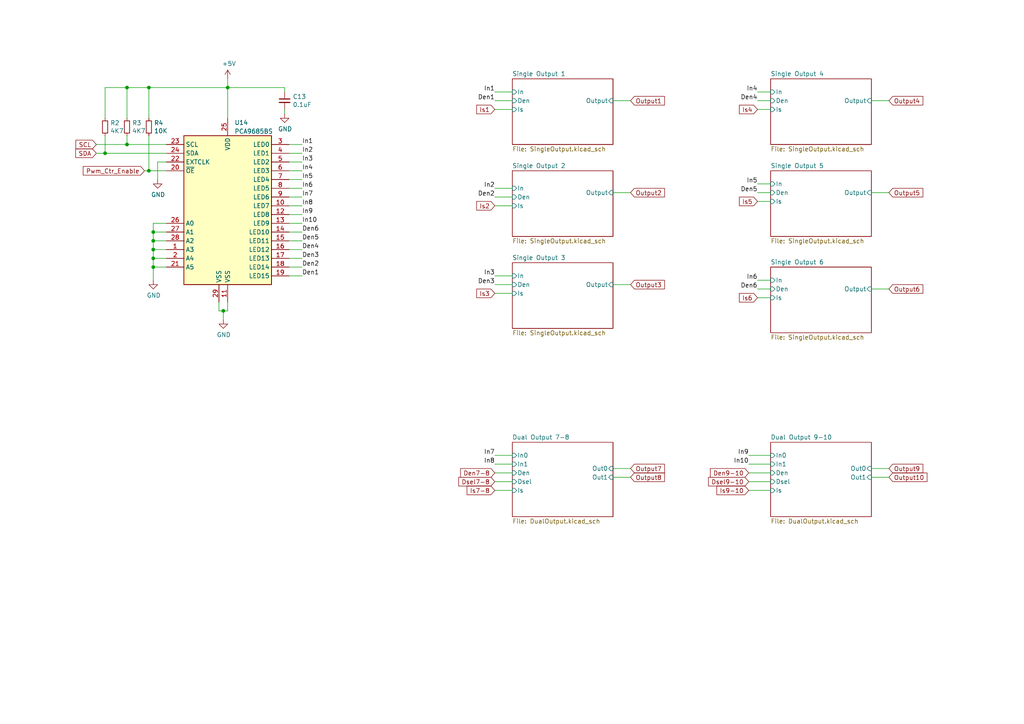
<source format=kicad_sch>
(kicad_sch (version 20230121) (generator eeschema)
  (paper "A4")
  (lib_symbols
    (symbol "Device:C_Small" (pin_numbers hide) (pin_names (offset 0.254) hide)
      (property "Reference" "C" (at 0.254 1.778 0))
      (property "Value" "C_Small" (at 0.254 -2.032 0))
      (symbol "C_Small_0_1"
        (polyline (pts (xy -1.524 -0.508) (xy 1.524 -0.508)) (stroke (width 0.3302)))
        (polyline (pts (xy -1.524 0.508) (xy 1.524 0.508)) (stroke (width 0.3048)))
      )
      (symbol "C_Small_1_1"
        (pin passive line (at 0 2.54 270) (length 2.032) (name "~") (number "1"))
        (pin passive line (at 0 -2.54 90) (length 2.032) (name "~") (number "2"))
      )
    )
    (symbol "Device:R_Small" (pin_numbers hide) (pin_names (offset 0.254) hide)
      (property "Reference" "R" (at 0.762 0.508 0))
      (property "Value" "R_Small" (at 0.762 -1.016 0))
      (symbol "R_Small_0_1"
        (rectangle (start -0.762 1.778) (end 0.762 -1.778) (stroke (width 0.2032)))
      )
      (symbol "R_Small_1_1"
        (pin passive line (at 0 2.54 270) (length 0.762) (name "~") (number "1"))
        (pin passive line (at 0 -2.54 90) (length 0.762) (name "~") (number "2"))
      )
    )
    (symbol "Driver_LED:PCA9685BS"
      (property "Reference" "U" (at -12.7 22.225 0))
      (property "Value" "PCA9685BS" (at 1.27 22.225 0))
      (symbol "PCA9685BS_0_1"
        (rectangle (start -12.7 20.32) (end 12.7 -22.86) (stroke (width 0.254)) (fill (type background)))
      )
      (symbol "PCA9685BS_1_1"
        (pin input line (at -17.78 -12.7 0) (length 5.08) (name "A3") (number "1"))
        (pin output line (at 17.78 0 180) (length 5.08) (name "LED7") (number "10"))
        (pin power_in line (at 0 -27.94 90) (length 5.08) (name "VSS") (number "11"))
        (pin output line (at 17.78 -2.54 180) (length 5.08) (name "LED8") (number "12"))
        (pin output line (at 17.78 -5.08 180) (length 5.08) (name "LED9") (number "13"))
        (pin output line (at 17.78 -7.62 180) (length 5.08) (name "LED10") (number "14"))
        (pin output line (at 17.78 -10.16 180) (length 5.08) (name "LED11") (number "15"))
        (pin output line (at 17.78 -12.7 180) (length 5.08) (name "LED12") (number "16"))
        (pin output line (at 17.78 -15.24 180) (length 5.08) (name "LED13") (number "17"))
        (pin output line (at 17.78 -17.78 180) (length 5.08) (name "LED14") (number "18"))
        (pin output line (at 17.78 -20.32 180) (length 5.08) (name "LED15") (number "19"))
        (pin input line (at -17.78 -15.24 0) (length 5.08) (name "A4") (number "2"))
        (pin input line (at -17.78 10.16 0) (length 5.08) (name "~{OE}") (number "20"))
        (pin input line (at -17.78 -17.78 0) (length 5.08) (name "A5") (number "21"))
        (pin input line (at -17.78 12.7 0) (length 5.08) (name "EXTCLK") (number "22"))
        (pin input line (at -17.78 17.78 0) (length 5.08) (name "SCL") (number "23"))
        (pin bidirectional line (at -17.78 15.24 0) (length 5.08) (name "SDA") (number "24"))
        (pin power_in line (at 0 25.4 270) (length 5.08) (name "VDD") (number "25"))
        (pin input line (at -17.78 -5.08 0) (length 5.08) (name "A0") (number "26"))
        (pin input line (at -17.78 -7.62 0) (length 5.08) (name "A1") (number "27"))
        (pin input line (at -17.78 -10.16 0) (length 5.08) (name "A2") (number "28"))
        (pin power_in line (at -2.54 -27.94 90) (length 5.08) (name "VSS") (number "29"))
        (pin output line (at 17.78 17.78 180) (length 5.08) (name "LED0") (number "3"))
        (pin output line (at 17.78 15.24 180) (length 5.08) (name "LED1") (number "4"))
        (pin output line (at 17.78 12.7 180) (length 5.08) (name "LED2") (number "5"))
        (pin output line (at 17.78 10.16 180) (length 5.08) (name "LED3") (number "6"))
        (pin output line (at 17.78 7.62 180) (length 5.08) (name "LED4") (number "7"))
        (pin output line (at 17.78 5.08 180) (length 5.08) (name "LED5") (number "8"))
        (pin output line (at 17.78 2.54 180) (length 5.08) (name "LED6") (number "9"))
      )
    )
    (symbol "power:+5V" (power) (pin_names (offset 0))
      (property "Value" "+5V" (at 0 3.556 0))
      (symbol "+5V_0_1"
        (polyline (pts (xy -0.762 1.27) (xy 0 2.54)))
        (polyline (pts (xy 0 0) (xy 0 2.54)))
        (polyline (pts (xy 0 2.54) (xy 0.762 1.27)))
      )
      (symbol "+5V_1_1"
        (pin power_in line (at 0 0 90) (length 0) hide (name "+5V") (number "1"))
      )
    )
    (symbol "power:GND" (power) (pin_names (offset 0))
      (property "Value" "GND" (at 0 -3.81 0))
      (symbol "GND_0_1"
        (polyline (pts (xy 0 0) (xy 0 -1.27) (xy 1.27 -1.27) (xy 0 -2.54) (xy -1.27 -1.27) (xy 0 -1.27)))
      )
      (symbol "GND_1_1"
        (pin power_in line (at 0 0 270) (length 0) hide (name "GND") (number "1"))
      )
    )
  )
  (junction (at 44.45 69.85))
  (junction (at 44.45 67.31))
  (junction (at 36.83 25.4))
  (junction (at 64.77 90.17))
  (junction (at 44.45 77.47))
  (junction (at 43.18 49.53))
  (junction (at 43.18 25.4))
  (junction (at 30.48 44.45))
  (junction (at 36.83 41.91))
  (junction (at 66.04 25.4))
  (junction (at 44.45 72.39))
  (junction (at 44.45 74.93))
  (wire (pts (xy 44.45 72.39) (xy 44.45 74.93)))
  (wire (pts (xy 252.73 29.21) (xy 257.81 29.21)))
  (wire (pts (xy 217.17 139.7) (xy 223.52 139.7)))
  (wire (pts (xy 219.71 53.34) (xy 223.52 53.34)))
  (wire (pts (xy 48.26 67.31) (xy 44.45 67.31)))
  (wire (pts (xy 44.45 64.77) (xy 44.45 67.31)))
  (wire (pts (xy 66.04 22.86) (xy 66.04 25.4)))
  (wire (pts (xy 66.04 90.17) (xy 66.04 87.63)))
  (wire (pts (xy 30.48 44.45) (xy 48.26 44.45)))
  (wire (pts (xy 143.51 85.09) (xy 148.59 85.09)))
  (wire (pts (xy 64.77 90.17) (xy 66.04 90.17)))
  (wire (pts (xy 252.73 55.88) (xy 257.81 55.88)))
  (wire (pts (xy 66.04 25.4) (xy 43.18 25.4)))
  (wire (pts (xy 219.71 26.67) (xy 223.52 26.67)))
  (wire (pts (xy 143.51 134.62) (xy 148.59 134.62)))
  (wire (pts (xy 48.26 64.77) (xy 44.45 64.77)))
  (wire (pts (xy 143.51 80.01) (xy 148.59 80.01)))
  (wire (pts (xy 83.82 72.39) (xy 87.63 72.39)))
  (wire (pts (xy 48.26 72.39) (xy 44.45 72.39)))
  (wire (pts (xy 177.8 29.21) (xy 182.88 29.21)))
  (wire (pts (xy 83.82 52.07) (xy 87.63 52.07)))
  (wire (pts (xy 143.51 139.7) (xy 148.59 139.7)))
  (wire (pts (xy 83.82 67.31) (xy 87.63 67.31)))
  (wire (pts (xy 36.83 41.91) (xy 48.26 41.91)))
  (wire (pts (xy 48.26 77.47) (xy 44.45 77.47)))
  (wire (pts (xy 219.71 55.88) (xy 223.52 55.88)))
  (wire (pts (xy 143.51 82.55) (xy 148.59 82.55)))
  (wire (pts (xy 83.82 44.45) (xy 87.63 44.45)))
  (wire (pts (xy 30.48 34.29) (xy 30.48 25.4)))
  (wire (pts (xy 30.48 25.4) (xy 36.83 25.4)))
  (wire (pts (xy 36.83 39.37) (xy 36.83 41.91)))
  (wire (pts (xy 30.48 39.37) (xy 30.48 44.45)))
  (wire (pts (xy 177.8 135.89) (xy 182.88 135.89)))
  (wire (pts (xy 30.48 44.45) (xy 27.94 44.45)))
  (wire (pts (xy 143.51 54.61) (xy 148.59 54.61)))
  (wire (pts (xy 36.83 41.91) (xy 27.94 41.91)))
  (wire (pts (xy 43.18 49.53) (xy 41.91 49.53)))
  (wire (pts (xy 83.82 59.69) (xy 87.63 59.69)))
  (wire (pts (xy 177.8 55.88) (xy 182.88 55.88)))
  (wire (pts (xy 143.51 31.75) (xy 148.59 31.75)))
  (wire (pts (xy 44.45 77.47) (xy 44.45 81.28)))
  (wire (pts (xy 36.83 25.4) (xy 43.18 25.4)))
  (wire (pts (xy 143.51 142.24) (xy 148.59 142.24)))
  (wire (pts (xy 143.51 137.16) (xy 148.59 137.16)))
  (wire (pts (xy 219.71 31.75) (xy 223.52 31.75)))
  (wire (pts (xy 83.82 80.01) (xy 87.63 80.01)))
  (wire (pts (xy 217.17 134.62) (xy 223.52 134.62)))
  (wire (pts (xy 66.04 25.4) (xy 66.04 34.29)))
  (wire (pts (xy 143.51 132.08) (xy 148.59 132.08)))
  (wire (pts (xy 36.83 34.29) (xy 36.83 25.4)))
  (wire (pts (xy 83.82 64.77) (xy 87.63 64.77)))
  (wire (pts (xy 83.82 69.85) (xy 87.63 69.85)))
  (wire (pts (xy 83.82 74.93) (xy 87.63 74.93)))
  (wire (pts (xy 219.71 58.42) (xy 223.52 58.42)))
  (wire (pts (xy 83.82 62.23) (xy 87.63 62.23)))
  (wire (pts (xy 177.8 82.55) (xy 182.88 82.55)))
  (wire (pts (xy 82.55 26.67) (xy 82.55 25.4)))
  (wire (pts (xy 44.45 67.31) (xy 44.45 69.85)))
  (wire (pts (xy 48.26 69.85) (xy 44.45 69.85)))
  (wire (pts (xy 217.17 137.16) (xy 223.52 137.16)))
  (wire (pts (xy 45.72 46.99) (xy 48.26 46.99)))
  (wire (pts (xy 143.51 57.15) (xy 148.59 57.15)))
  (wire (pts (xy 217.17 142.24) (xy 223.52 142.24)))
  (wire (pts (xy 143.51 59.69) (xy 148.59 59.69)))
  (wire (pts (xy 64.77 90.17) (xy 64.77 92.71)))
  (wire (pts (xy 44.45 74.93) (xy 44.45 77.47)))
  (wire (pts (xy 43.18 49.53) (xy 48.26 49.53)))
  (wire (pts (xy 143.51 29.21) (xy 148.59 29.21)))
  (wire (pts (xy 63.5 90.17) (xy 64.77 90.17)))
  (wire (pts (xy 45.72 52.07) (xy 45.72 46.99)))
  (wire (pts (xy 83.82 54.61) (xy 87.63 54.61)))
  (wire (pts (xy 82.55 25.4) (xy 66.04 25.4)))
  (wire (pts (xy 63.5 87.63) (xy 63.5 90.17)))
  (wire (pts (xy 44.45 69.85) (xy 44.45 72.39)))
  (wire (pts (xy 43.18 34.29) (xy 43.18 25.4)))
  (wire (pts (xy 83.82 77.47) (xy 87.63 77.47)))
  (wire (pts (xy 48.26 74.93) (xy 44.45 74.93)))
  (wire (pts (xy 177.8 138.43) (xy 182.88 138.43)))
  (wire (pts (xy 83.82 49.53) (xy 87.63 49.53)))
  (wire (pts (xy 219.71 86.36) (xy 223.52 86.36)))
  (wire (pts (xy 83.82 41.91) (xy 87.63 41.91)))
  (wire (pts (xy 252.73 83.82) (xy 257.81 83.82)))
  (wire (pts (xy 82.55 31.75) (xy 82.55 33.02)))
  (wire (pts (xy 252.73 135.89) (xy 257.81 135.89)))
  (wire (pts (xy 217.17 132.08) (xy 223.52 132.08)))
  (wire (pts (xy 83.82 57.15) (xy 87.63 57.15)))
  (wire (pts (xy 219.71 83.82) (xy 223.52 83.82)))
  (wire (pts (xy 83.82 46.99) (xy 87.63 46.99)))
  (wire (pts (xy 43.18 39.37) (xy 43.18 49.53)))
  (wire (pts (xy 252.73 138.43) (xy 257.81 138.43)))
  (wire (pts (xy 219.71 29.21) (xy 223.52 29.21)))
  (wire (pts (xy 219.71 81.28) (xy 223.52 81.28)))
  (wire (pts (xy 143.51 26.67) (xy 148.59 26.67)))
  (label "In4" (at 87.63 49.53 0))
  (label "In10" (at 217.17 134.62 180))
  (label "In8" (at 87.63 59.69 0))
  (label "In6" (at 219.71 81.28 180))
  (label "Den4" (at 87.63 72.39 0))
  (label "In9" (at 87.63 62.23 0))
  (label "In1" (at 87.63 41.91 0))
  (label "Den3" (at 143.51 82.55 180))
  (label "Den2" (at 87.63 77.47 0))
  (label "In6" (at 87.63 54.61 0))
  (label "In9" (at 217.17 132.08 180))
  (label "In1" (at 143.51 26.67 180))
  (label "Den1" (at 87.63 80.01 0))
  (label "In5" (at 87.63 52.07 0))
  (label "Den6" (at 87.63 67.31 0))
  (label "Den4" (at 219.71 29.21 180))
  (label "In4" (at 219.71 26.67 180))
  (label "In10" (at 87.63 64.77 0))
  (label "Den5" (at 87.63 69.85 0))
  (label "In5" (at 219.71 53.34 180))
  (label "In2" (at 87.63 44.45 0))
  (label "Den6" (at 219.71 83.82 180))
  (label "Den3" (at 87.63 74.93 0))
  (label "Den5" (at 219.71 55.88 180))
  (label "In3" (at 143.51 80.01 180))
  (label "In7" (at 143.51 132.08 180))
  (label "In7" (at 87.63 57.15 0))
  (label "In3" (at 87.63 46.99 0))
  (label "In8" (at 143.51 134.62 180))
  (label "Den2" (at 143.51 57.15 180))
  (label "In2" (at 143.51 54.61 180))
  (label "Den1" (at 143.51 29.21 180))
  (global_label "Output10" (shape input) (at 257.81 138.43 0) (property "Intersheetrefs" "${INTERSHEET_REFS}" (effects hide)))
  (global_label "Is6" (shape input) (at 219.71 86.36 180) (property "Intersheetrefs" "${INTERSHEET_REFS}" (effects hide)))
  (global_label "Is7-8" (shape input) (at 143.51 142.24 180) (property "Intersheetrefs" "${INTERSHEET_REFS}" (effects hide)))
  (global_label "Is4" (shape input) (at 219.71 31.75 180) (property "Intersheetrefs" "${INTERSHEET_REFS}" (effects hide)))
  (global_label "Output2" (shape input) (at 182.88 55.88 0) (property "Intersheetrefs" "${INTERSHEET_REFS}" (effects hide)))
  (global_label "Output9" (shape input) (at 257.81 135.89 0) (property "Intersheetrefs" "${INTERSHEET_REFS}" (effects hide)))
  (global_label "Is9-10" (shape input) (at 217.17 142.24 180) (property "Intersheetrefs" "${INTERSHEET_REFS}" (effects hide)))
  (global_label "Dsel7-8" (shape input) (at 143.51 139.7 180) (property "Intersheetrefs" "${INTERSHEET_REFS}" (effects hide)))
  (global_label "Output6" (shape input) (at 257.81 83.82 0) (property "Intersheetrefs" "${INTERSHEET_REFS}" (effects hide)))
  (global_label "Is1" (shape input) (at 143.51 31.75 180) (property "Intersheetrefs" "${INTERSHEET_REFS}" (effects hide)))
  (global_label "Output8" (shape input) (at 182.88 138.43 0) (property "Intersheetrefs" "${INTERSHEET_REFS}" (effects hide)))
  (global_label "Den7-8" (shape input) (at 143.51 137.16 180) (property "Intersheetrefs" "${INTERSHEET_REFS}" (effects hide)))
  (global_label "SCL" (shape input) (at 27.94 41.91 180) (property "Intersheetrefs" "${INTERSHEET_REFS}" (effects hide)))
  (global_label "Dsel9-10" (shape input) (at 217.17 139.7 180) (property "Intersheetrefs" "${INTERSHEET_REFS}" (effects hide)))
  (global_label "Output4" (shape input) (at 257.81 29.21 0) (property "Intersheetrefs" "${INTERSHEET_REFS}" (effects hide)))
  (global_label "Is5" (shape input) (at 219.71 58.42 180) (property "Intersheetrefs" "${INTERSHEET_REFS}" (effects hide)))
  (global_label "Output5" (shape input) (at 257.81 55.88 0) (property "Intersheetrefs" "${INTERSHEET_REFS}" (effects hide)))
  (global_label "Output1" (shape input) (at 182.88 29.21 0) (property "Intersheetrefs" "${INTERSHEET_REFS}" (effects hide)))
  (global_label "Pwm_Ctr_Enable" (shape input) (at 41.91 49.53 180) (property "Intersheetrefs" "${INTERSHEET_REFS}" (effects hide)))
  (global_label "SDA" (shape input) (at 27.94 44.45 180) (property "Intersheetrefs" "${INTERSHEET_REFS}" (effects hide)))
  (global_label "Den9-10" (shape input) (at 217.17 137.16 180) (property "Intersheetrefs" "${INTERSHEET_REFS}" (effects hide)))
  (global_label "Is2" (shape input) (at 143.51 59.69 180) (property "Intersheetrefs" "${INTERSHEET_REFS}" (effects hide)))
  (global_label "Output7" (shape input) (at 182.88 135.89 0) (property "Intersheetrefs" "${INTERSHEET_REFS}" (effects hide)))
  (global_label "Is3" (shape input) (at 143.51 85.09 180) (property "Intersheetrefs" "${INTERSHEET_REFS}" (effects hide)))
  (global_label "Output3" (shape input) (at 182.88 82.55 0) (property "Intersheetrefs" "${INTERSHEET_REFS}" (effects hide)))
  (symbol (lib_id "Driver_LED:PCA9685BS") (at 66.04 59.69 0) (unit 1)
    (property "Reference" "U14" (at 67.9959 35.56 0) (effects (justify left)))
    (property "Value" "PCA9685BS" (at 67.9959 38.1 0) (effects (justify left)))
    (property "Footprint" "Package_DFN_QFN:QFN-28-1EP_6x6mm_P0.65mm_EP4.25x4.25mm" (effects hide))
    (property "Datasheet" "http://www.nxp.com/documents/data_sheet/PCA9685.pdf" (effects hide))
    (instances (project "Power Module Rev 5" (path "" (reference "U14") (unit 1)) (path "" (reference "U8") (unit 1))))
  )
  (symbol (lib_id "power:GND") (at 82.55 33.02 0) (unit 1)
    (property "Reference" "#PWR020" (effects hide))
    (property "Value" "GND" (at 82.677 37.4142 0))
    (instances (project "Power Module Rev 4" (path "" (reference "#PWR020") (unit 1))) (project "Power Module Rev 5" (path "" (reference "#PWR014") (unit 1))))
  )
  (symbol (lib_id "Device:R_Small") (at 30.48 36.83 0) (unit 1)
    (property "Reference" "R2" (at 31.9786 35.6616 0) (effects (justify left)))
    (property "Value" "4K7" (at 31.9786 37.973 0) (effects (justify left)))
    (property "Footprint" "Resistor_SMD:R_0603_1608Metric_Pad0.98x0.95mm_HandSolder" (effects hide))
    (instances (project "Power Module Rev 4" (path "" (reference "R2") (unit 1))) (project "Power Module Rev 5" (path "" (reference "R55") (unit 1))))
  )
  (symbol (lib_id "Device:R_Small") (at 43.18 36.83 0) (unit 1)
    (property "Reference" "R4" (at 44.6786 35.6616 0) (effects (justify left)))
    (property "Value" "10K" (at 44.6786 37.973 0) (effects (justify left)))
    (property "Footprint" "Resistor_SMD:R_0603_1608Metric_Pad0.98x0.95mm_HandSolder" (effects hide))
    (instances (project "Power Module Rev 4" (path "" (reference "R4") (unit 1))) (project "Power Module Rev 5" (path "" (reference "R57") (unit 1))))
  )
  (symbol (lib_id "power:GND") (at 45.72 52.07 0) (unit 1)
    (property "Reference" "#PWR016" (effects hide))
    (property "Value" "GND" (at 45.847 56.4642 0))
    (instances (project "Power Module Rev 4" (path "" (reference "#PWR016") (unit 1))) (project "Power Module Rev 5" (path "" (reference "#PWR05") (unit 1))))
  )
  (symbol (lib_id "Device:C_Small") (at 82.55 29.21 0) (unit 1)
    (property "Reference" "C13" (at 84.8868 28.0416 0) (effects (justify left)))
    (property "Value" "0.1uF" (at 84.8868 30.353 0) (effects (justify left)))
    (property "Footprint" "Capacitor_SMD:C_0603_1608Metric_Pad1.08x0.95mm_HandSolder" (effects hide))
    (instances (project "Power Module Rev 4" (path "" (reference "C13") (unit 1))) (project "Power Module Rev 5" (path "" (reference "C21") (unit 1))))
  )
  (symbol (lib_id "power:GND") (at 44.45 81.28 0) (unit 1)
    (property "Reference" "#PWR017" (effects hide))
    (property "Value" "GND" (at 44.577 85.6742 0))
    (instances (project "Power Module Rev 4" (path "" (reference "#PWR017") (unit 1))) (project "Power Module Rev 5" (path "" (reference "#PWR015") (unit 1))))
  )
  (symbol (lib_id "Device:R_Small") (at 36.83 36.83 0) (unit 1)
    (property "Reference" "R3" (at 38.3286 35.6616 0) (effects (justify left)))
    (property "Value" "4K7" (at 38.3286 37.973 0) (effects (justify left)))
    (property "Footprint" "Resistor_SMD:R_0603_1608Metric_Pad0.98x0.95mm_HandSolder" (effects hide))
    (instances (project "Power Module Rev 4" (path "" (reference "R3") (unit 1))) (project "Power Module Rev 5" (path "" (reference "R56") (unit 1))))
  )
  (symbol (lib_id "power:+5V") (at 66.04 22.86 0) (unit 1)
    (property "Reference" "#PWR019" (effects hide))
    (property "Value" "+5V" (at 66.421 18.4658 0))
    (instances (project "Power Module Rev 4" (path "" (reference "#PWR019") (unit 1))) (project "Power Module Rev 5" (path "" (reference "#PWR013") (unit 1))))
  )
  (symbol (lib_id "power:GND") (at 64.77 92.71 0) (unit 1)
    (property "Reference" "#PWR018" (effects hide))
    (property "Value" "GND" (at 64.897 97.1042 0))
    (instances (project "Power Module Rev 4" (path "" (reference "#PWR018") (unit 1))) (project "Power Module Rev 5" (path "" (reference "#PWR016") (unit 1))))
  )
  (sheet (at 223.52 128.27) (size 29.21 21.59) (stroke (width 0.1524))
    (property "Sheetname" "Dual Output 9-10" (at 223.52 127.5584 0) (effects (justify left bottom)))
    (property "Sheetfile" "DualOutput.kicad_sch" (at 223.52 150.4446 0) (effects (justify left top)))
    (pin "Out0" input (at 252.73 135.89 0))
    (pin "Out1" input (at 252.73 138.43 0))
    (pin "Dsel" input (at 223.52 139.7 180))
    (pin "In1" input (at 223.52 134.62 180))
    (pin "In0" input (at 223.52 132.08 180))
    (pin "Den" input (at 223.52 137.16 180))
    (pin "Is" input (at 223.52 142.24 180))
  )
  (sheet (at 148.59 49.53) (size 29.21 19.05) (stroke (width 0.1524))
    (property "Sheetname" "Single Output 2" (at 148.59 48.8184 0) (effects (justify left bottom)))
    (property "Sheetfile" "SingleOutput.kicad_sch" (at 148.59 69.1646 0) (effects (justify left top)))
    (pin "Output" input (at 177.8 55.88 0))
    (pin "In" input (at 148.59 54.61 180))
    (pin "Den" input (at 148.59 57.15 180))
    (pin "Is" input (at 148.59 59.69 180))
  )
  (sheet (at 148.59 22.86) (size 29.21 19.05) (stroke (width 0.1524))
    (property "Sheetname" "Single Output 1" (at 148.59 22.1484 0) (effects (justify left bottom)))
    (property "Sheetfile" "SingleOutput.kicad_sch" (at 148.59 42.4946 0) (effects (justify left top)))
    (pin "Output" input (at 177.8 29.21 0))
    (pin "In" input (at 148.59 26.67 180))
    (pin "Den" input (at 148.59 29.21 180))
    (pin "Is" input (at 148.59 31.75 180))
  )
  (sheet (at 223.52 77.47) (size 29.21 19.05) (stroke (width 0.1524))
    (property "Sheetname" "Single Output 6" (at 223.52 76.7584 0) (effects (justify left bottom)))
    (property "Sheetfile" "SingleOutput.kicad_sch" (at 223.52 97.1046 0) (effects (justify left top)))
    (pin "Output" input (at 252.73 83.82 0))
    (pin "In" input (at 223.52 81.28 180))
    (pin "Den" input (at 223.52 83.82 180))
    (pin "Is" input (at 223.52 86.36 180))
  )
  (sheet (at 223.52 49.53) (size 29.21 19.05) (stroke (width 0.1524))
    (property "Sheetname" "Single Output 5" (at 223.52 48.8184 0) (effects (justify left bottom)))
    (property "Sheetfile" "SingleOutput.kicad_sch" (at 223.52 69.1646 0) (effects (justify left top)))
    (pin "Output" input (at 252.73 55.88 0))
    (pin "In" input (at 223.52 53.34 180))
    (pin "Den" input (at 223.52 55.88 180))
    (pin "Is" input (at 223.52 58.42 180))
  )
  (sheet (at 148.59 76.2) (size 29.21 19.05) (stroke (width 0.1524))
    (property "Sheetname" "Single Output 3" (at 148.59 75.4884 0) (effects (justify left bottom)))
    (property "Sheetfile" "SingleOutput.kicad_sch" (at 148.59 95.8346 0) (effects (justify left top)))
    (pin "Output" input (at 177.8 82.55 0))
    (pin "In" input (at 148.59 80.01 180))
    (pin "Den" input (at 148.59 82.55 180))
    (pin "Is" input (at 148.59 85.09 180))
  )
  (sheet (at 148.59 128.27) (size 29.21 21.59) (stroke (width 0.1524))
    (property "Sheetname" "Dual Output 7-8" (at 148.59 127.5584 0) (effects (justify left bottom)))
    (property "Sheetfile" "DualOutput.kicad_sch" (at 148.59 150.4446 0) (effects (justify left top)))
    (pin "Out0" input (at 177.8 135.89 0))
    (pin "Out1" input (at 177.8 138.43 0))
    (pin "Dsel" input (at 148.59 139.7 180))
    (pin "In1" input (at 148.59 134.62 180))
    (pin "In0" input (at 148.59 132.08 180))
    (pin "Den" input (at 148.59 137.16 180))
    (pin "Is" input (at 148.59 142.24 180))
  )
  (sheet (at 223.52 22.86) (size 29.21 19.05) (stroke (width 0.1524))
    (property "Sheetname" "Single Output 4" (at 223.52 22.1484 0) (effects (justify left bottom)))
    (property "Sheetfile" "SingleOutput.kicad_sch" (at 223.52 42.4946 0) (effects (justify left top)))
    (pin "Output" input (at 252.73 29.21 0))
    (pin "In" input (at 223.52 26.67 180))
    (pin "Den" input (at 223.52 29.21 180))
    (pin "Is" input (at 223.52 31.75 180))
  )
)
</source>
